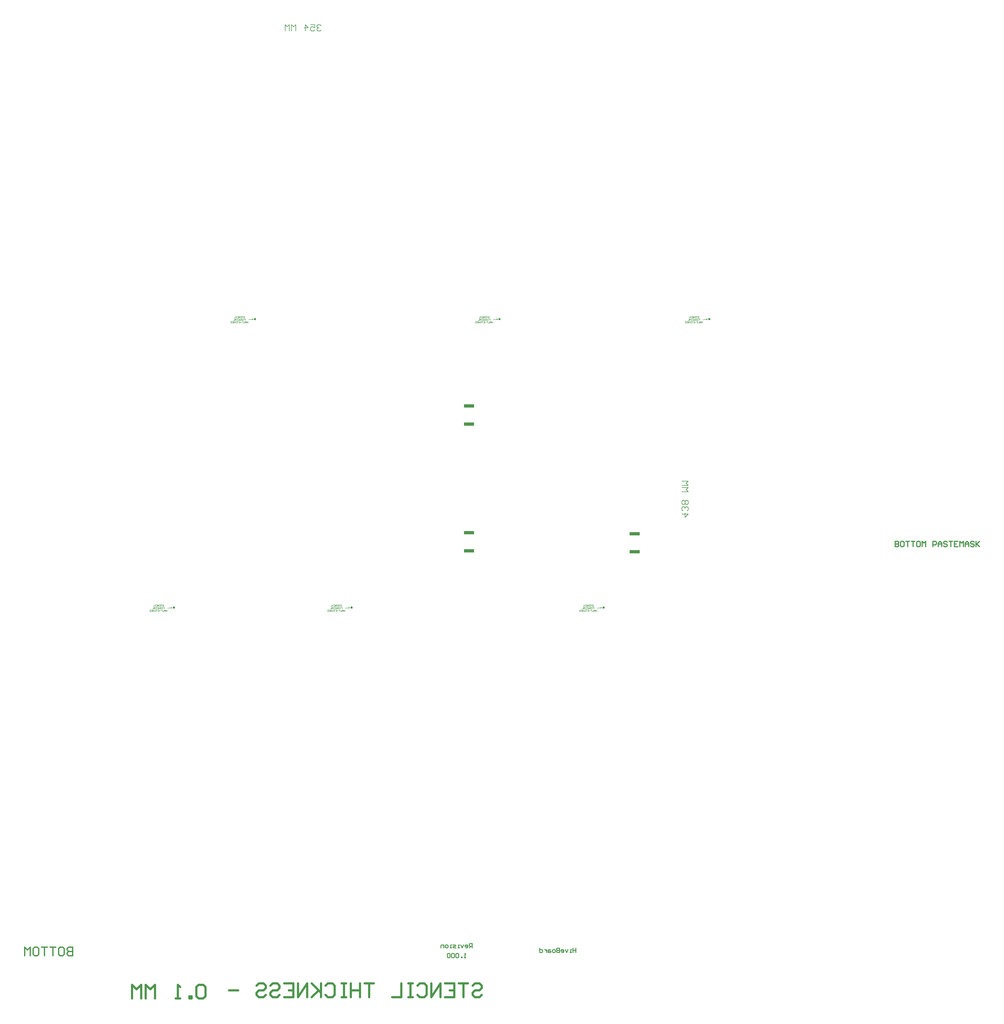
<source format=gbp>
G04*
G04 #@! TF.GenerationSoftware,Altium Limited,Altium Designer,20.1.11 (218)*
G04*
G04 Layer_Color=128*
%FSLAX24Y24*%
%MOIN*%
G70*
G04*
G04 #@! TF.SameCoordinates,32D8FB58-9F7D-435F-B0ED-68F847CCC549*
G04*
G04*
G04 #@! TF.FilePolarity,Positive*
G04*
G01*
G75*
%ADD11C,0.0200*%
%ADD24C,0.0050*%
%ADD109C,0.0100*%
%ADD276C,0.0236*%
%ADD278C,0.0157*%
%ADD285C,0.0394*%
%ADD357R,0.1909X0.0610*%
G36*
X42170Y4156D02*
X42150D01*
X42112Y4148D01*
X42076Y4134D01*
X42044Y4112D01*
X42017Y4085D01*
X41995Y4052D01*
X41980Y4017D01*
X41973Y3979D01*
Y3959D01*
Y3940D01*
X41980Y3902D01*
X41995Y3866D01*
X42017Y3834D01*
X42044Y3806D01*
X42076Y3785D01*
X42112Y3770D01*
X42150Y3762D01*
X42170D01*
X42189D01*
X42227Y3770D01*
X42263Y3785D01*
X42295Y3806D01*
X42322Y3834D01*
X42344Y3866D01*
X42359Y3902D01*
X42366Y3940D01*
Y3959D01*
Y3979D01*
X42359Y4017D01*
X42344Y4052D01*
X42322Y4085D01*
X42295Y4112D01*
X42263Y4134D01*
X42227Y4148D01*
X42189Y4156D01*
X42170D01*
D01*
D02*
G37*
G36*
X9198D02*
X9178D01*
X9140Y4148D01*
X9104Y4134D01*
X9072Y4112D01*
X9045Y4085D01*
X9023Y4052D01*
X9008Y4017D01*
X9001Y3979D01*
Y3959D01*
Y3940D01*
X9008Y3902D01*
X9023Y3866D01*
X9045Y3834D01*
X9072Y3806D01*
X9104Y3785D01*
X9140Y3770D01*
X9178Y3762D01*
X9198D01*
X9217D01*
X9255Y3770D01*
X9291Y3785D01*
X9323Y3806D01*
X9351Y3834D01*
X9372Y3866D01*
X9387Y3902D01*
X9395Y3940D01*
Y3959D01*
Y3979D01*
X9387Y4017D01*
X9372Y4052D01*
X9351Y4085D01*
X9323Y4112D01*
X9291Y4134D01*
X9255Y4148D01*
X9217Y4156D01*
X9198D01*
D01*
D02*
G37*
G36*
X24231Y57640D02*
X24212D01*
X24174Y57632D01*
X24138Y57617D01*
X24106Y57596D01*
X24078Y57568D01*
X24057Y57536D01*
X24042Y57500D01*
X24034Y57462D01*
Y57443D01*
Y57424D01*
X24042Y57385D01*
X24057Y57350D01*
X24078Y57317D01*
X24106Y57290D01*
X24138Y57268D01*
X24174Y57254D01*
X24212Y57246D01*
X24231D01*
X24251D01*
X24289Y57254D01*
X24325Y57268D01*
X24357Y57290D01*
X24384Y57317D01*
X24406Y57350D01*
X24421Y57385D01*
X24428Y57424D01*
Y57443D01*
Y57462D01*
X24421Y57500D01*
X24406Y57536D01*
X24384Y57568D01*
X24357Y57596D01*
X24325Y57617D01*
X24289Y57632D01*
X24251Y57640D01*
X24231D01*
D01*
D02*
G37*
G36*
X88931Y4156D02*
X88911D01*
X88873Y4148D01*
X88837Y4134D01*
X88805Y4112D01*
X88778Y4085D01*
X88756Y4052D01*
X88741Y4017D01*
X88734Y3979D01*
Y3959D01*
Y3940D01*
X88741Y3902D01*
X88756Y3866D01*
X88778Y3834D01*
X88805Y3806D01*
X88837Y3785D01*
X88873Y3770D01*
X88911Y3762D01*
X88931D01*
X88950D01*
X88988Y3770D01*
X89024Y3785D01*
X89056Y3806D01*
X89084Y3834D01*
X89105Y3866D01*
X89120Y3902D01*
X89127Y3940D01*
Y3959D01*
Y3979D01*
X89120Y4017D01*
X89105Y4052D01*
X89084Y4085D01*
X89056Y4112D01*
X89024Y4134D01*
X88988Y4148D01*
X88950Y4156D01*
X88931D01*
D01*
D02*
G37*
G36*
X69616Y57640D02*
X69597D01*
X69559Y57632D01*
X69523Y57617D01*
X69491Y57596D01*
X69463Y57568D01*
X69442Y57536D01*
X69427Y57500D01*
X69419Y57462D01*
Y57443D01*
Y57424D01*
X69427Y57385D01*
X69442Y57350D01*
X69463Y57317D01*
X69491Y57290D01*
X69523Y57268D01*
X69559Y57254D01*
X69597Y57246D01*
X69616D01*
X69636D01*
X69674Y57254D01*
X69709Y57268D01*
X69742Y57290D01*
X69769Y57317D01*
X69791Y57350D01*
X69806Y57385D01*
X69813Y57424D01*
Y57443D01*
Y57462D01*
X69806Y57500D01*
X69791Y57536D01*
X69769Y57568D01*
X69742Y57596D01*
X69709Y57617D01*
X69674Y57632D01*
X69636Y57640D01*
X69616D01*
D01*
D02*
G37*
G36*
X108557D02*
X108538D01*
X108500Y57632D01*
X108464Y57617D01*
X108432Y57596D01*
X108404Y57568D01*
X108383Y57536D01*
X108368Y57500D01*
X108360Y57462D01*
Y57443D01*
Y57424D01*
X108368Y57385D01*
X108383Y57350D01*
X108404Y57317D01*
X108432Y57290D01*
X108464Y57268D01*
X108500Y57254D01*
X108538Y57246D01*
X108557D01*
X108576D01*
X108614Y57254D01*
X108650Y57268D01*
X108682Y57290D01*
X108710Y57317D01*
X108731Y57350D01*
X108746Y57385D01*
X108754Y57424D01*
Y57443D01*
Y57462D01*
X108746Y57500D01*
X108731Y57536D01*
X108710Y57568D01*
X108682Y57596D01*
X108650Y57617D01*
X108614Y57632D01*
X108576Y57640D01*
X108557D01*
D01*
D02*
G37*
D11*
X143041Y16225D02*
Y15225D01*
X143541D01*
X143708Y15392D01*
Y15558D01*
X143541Y15725D01*
X143041D01*
X143541D01*
X143708Y15892D01*
Y16058D01*
X143541Y16225D01*
X143041D01*
X144541D02*
X144207D01*
X144041Y16058D01*
Y15392D01*
X144207Y15225D01*
X144541D01*
X144707Y15392D01*
Y16058D01*
X144541Y16225D01*
X145040D02*
X145707D01*
X145374D01*
Y15225D01*
X146040Y16225D02*
X146707D01*
X146373D01*
Y15225D01*
X147540Y16225D02*
X147206D01*
X147040Y16058D01*
Y15392D01*
X147206Y15225D01*
X147540D01*
X147706Y15392D01*
Y16058D01*
X147540Y16225D01*
X148039Y15225D02*
Y16225D01*
X148373Y15892D01*
X148706Y16225D01*
Y15225D01*
X150039D02*
Y16225D01*
X150539D01*
X150705Y16058D01*
Y15725D01*
X150539Y15558D01*
X150039D01*
X151039Y15225D02*
Y15892D01*
X151372Y16225D01*
X151705Y15892D01*
Y15225D01*
Y15725D01*
X151039D01*
X152705Y16058D02*
X152538Y16225D01*
X152205D01*
X152038Y16058D01*
Y15892D01*
X152205Y15725D01*
X152538D01*
X152705Y15558D01*
Y15392D01*
X152538Y15225D01*
X152205D01*
X152038Y15392D01*
X153038Y16225D02*
X153704D01*
X153371D01*
Y15225D01*
X154704Y16225D02*
X154038D01*
Y15225D01*
X154704D01*
X154038Y15725D02*
X154371D01*
X155037Y15225D02*
Y16225D01*
X155370Y15892D01*
X155704Y16225D01*
Y15225D01*
X156037D02*
Y15892D01*
X156370Y16225D01*
X156703Y15892D01*
Y15225D01*
Y15725D01*
X156037D01*
X157703Y16058D02*
X157536Y16225D01*
X157203D01*
X157037Y16058D01*
Y15892D01*
X157203Y15725D01*
X157536D01*
X157703Y15558D01*
Y15392D01*
X157536Y15225D01*
X157203D01*
X157037Y15392D01*
X158036Y16225D02*
Y15225D01*
Y15558D01*
X158703Y16225D01*
X158203Y15725D01*
X158703Y15225D01*
D24*
X108017Y57493D02*
X108237Y57403D01*
X108027Y57273D02*
X108237Y57403D01*
X107387Y57333D02*
X108237Y57403D01*
X69076Y57493D02*
X69296Y57403D01*
X69086Y57273D02*
X69296Y57403D01*
X68446Y57333D02*
X69296Y57403D01*
X88391Y4009D02*
X88611Y3919D01*
X88401Y3789D02*
X88611Y3919D01*
X87761Y3849D02*
X88611Y3919D01*
X41630Y4009D02*
X41850Y3919D01*
X41640Y3789D02*
X41850Y3919D01*
X41000Y3849D02*
X41850Y3919D01*
X23061Y57333D02*
X23911Y57403D01*
X23701Y57273D02*
X23911Y57403D01*
X23691Y57493D02*
X23911Y57403D01*
X8028Y3849D02*
X8878Y3919D01*
X8668Y3789D02*
X8878Y3919D01*
X8658Y4009D02*
X8878Y3919D01*
X7123Y4419D02*
X7173Y4469D01*
X7273D01*
X7323Y4419D01*
Y4369D01*
X7273Y4319D01*
X7173D01*
X7123Y4269D01*
Y4219D01*
X7173Y4169D01*
X7273D01*
X7323Y4219D01*
X7023Y4469D02*
X6823D01*
X6923D01*
Y4169D01*
X6523Y4469D02*
X6723D01*
Y4169D01*
X6523D01*
X6723Y4319D02*
X6623D01*
X6423Y4169D02*
Y4469D01*
X6223Y4169D01*
Y4469D01*
X5923Y4419D02*
X5973Y4469D01*
X6073D01*
X6123Y4419D01*
Y4219D01*
X6073Y4169D01*
X5973D01*
X5923Y4219D01*
X5823Y4469D02*
X5723D01*
X5773D01*
Y4169D01*
X5823D01*
X5723D01*
X5573Y4469D02*
Y4169D01*
X5374D01*
X7248Y3989D02*
X7448D01*
Y3839D01*
X7348D01*
X7448D01*
Y3689D01*
X7148Y3989D02*
X7048D01*
X7098D01*
Y3689D01*
X7148D01*
X7048D01*
X6898Y3989D02*
Y3689D01*
X6748D01*
X6698Y3739D01*
Y3939D01*
X6748Y3989D01*
X6898D01*
X6598D02*
Y3739D01*
X6548Y3689D01*
X6448D01*
X6398Y3739D01*
Y3989D01*
X6098Y3939D02*
X6148Y3989D01*
X6248D01*
X6298Y3939D01*
Y3739D01*
X6248Y3689D01*
X6148D01*
X6098Y3739D01*
X5998Y3989D02*
X5898D01*
X5948D01*
Y3689D01*
X5998D01*
X5898D01*
X5748D02*
Y3889D01*
X5648Y3989D01*
X5548Y3889D01*
Y3689D01*
Y3839D01*
X5748D01*
X5448Y3989D02*
Y3689D01*
X5249D01*
X7948Y3509D02*
Y3209D01*
Y3359D01*
X7748D01*
Y3509D01*
Y3209D01*
X7648D02*
Y3409D01*
X7548Y3509D01*
X7448Y3409D01*
Y3209D01*
Y3359D01*
X7648D01*
X7348Y3509D02*
Y3209D01*
X7148D01*
X6848Y3509D02*
X7048D01*
Y3359D01*
X6948D01*
X7048D01*
Y3209D01*
X6748Y3359D02*
X6548D01*
X6248Y3509D02*
X6448D01*
Y3209D01*
X6248D01*
X6448Y3359D02*
X6348D01*
X6148Y3509D02*
X5948D01*
X6048D01*
Y3209D01*
X5648Y3459D02*
X5698Y3509D01*
X5798D01*
X5848Y3459D01*
Y3259D01*
X5798Y3209D01*
X5698D01*
X5648Y3259D01*
X5548Y3509D02*
Y3209D01*
Y3359D01*
X5349D01*
Y3509D01*
Y3209D01*
X5049Y3509D02*
X5249D01*
Y3209D01*
X5049D01*
X5249Y3359D02*
X5149D01*
X4949Y3509D02*
Y3209D01*
X4799D01*
X4749Y3259D01*
Y3459D01*
X4799Y3509D01*
X4949D01*
X86856Y4419D02*
X86906Y4469D01*
X87006D01*
X87056Y4419D01*
Y4369D01*
X87006Y4319D01*
X86906D01*
X86856Y4269D01*
Y4219D01*
X86906Y4169D01*
X87006D01*
X87056Y4219D01*
X86756Y4469D02*
X86556D01*
X86656D01*
Y4169D01*
X86256Y4469D02*
X86456D01*
Y4169D01*
X86256D01*
X86456Y4319D02*
X86356D01*
X86156Y4169D02*
Y4469D01*
X85956Y4169D01*
Y4469D01*
X85656Y4419D02*
X85706Y4469D01*
X85806D01*
X85856Y4419D01*
Y4219D01*
X85806Y4169D01*
X85706D01*
X85656Y4219D01*
X85556Y4469D02*
X85456D01*
X85506D01*
Y4169D01*
X85556D01*
X85456D01*
X85306Y4469D02*
Y4169D01*
X85106D01*
X86981Y3989D02*
X87181D01*
Y3839D01*
X87081D01*
X87181D01*
Y3689D01*
X86881Y3989D02*
X86781D01*
X86831D01*
Y3689D01*
X86881D01*
X86781D01*
X86631Y3989D02*
Y3689D01*
X86481D01*
X86431Y3739D01*
Y3939D01*
X86481Y3989D01*
X86631D01*
X86331D02*
Y3739D01*
X86281Y3689D01*
X86181D01*
X86131Y3739D01*
Y3989D01*
X85831Y3939D02*
X85881Y3989D01*
X85981D01*
X86031Y3939D01*
Y3739D01*
X85981Y3689D01*
X85881D01*
X85831Y3739D01*
X85731Y3989D02*
X85631D01*
X85681D01*
Y3689D01*
X85731D01*
X85631D01*
X85481D02*
Y3889D01*
X85381Y3989D01*
X85281Y3889D01*
Y3689D01*
Y3839D01*
X85481D01*
X85181Y3989D02*
Y3689D01*
X84981D01*
X87681Y3509D02*
Y3209D01*
Y3359D01*
X87481D01*
Y3509D01*
Y3209D01*
X87381D02*
Y3409D01*
X87281Y3509D01*
X87181Y3409D01*
Y3209D01*
Y3359D01*
X87381D01*
X87081Y3509D02*
Y3209D01*
X86881D01*
X86581Y3509D02*
X86781D01*
Y3359D01*
X86681D01*
X86781D01*
Y3209D01*
X86481Y3359D02*
X86281D01*
X85981Y3509D02*
X86181D01*
Y3209D01*
X85981D01*
X86181Y3359D02*
X86081D01*
X85881Y3509D02*
X85681D01*
X85781D01*
Y3209D01*
X85381Y3459D02*
X85431Y3509D01*
X85531D01*
X85581Y3459D01*
Y3259D01*
X85531Y3209D01*
X85431D01*
X85381Y3259D01*
X85281Y3509D02*
Y3209D01*
Y3359D01*
X85081D01*
Y3509D01*
Y3209D01*
X84782Y3509D02*
X84981D01*
Y3209D01*
X84782D01*
X84981Y3359D02*
X84882D01*
X84682Y3509D02*
Y3209D01*
X84532D01*
X84482Y3259D01*
Y3459D01*
X84532Y3509D01*
X84682D01*
X40095Y4419D02*
X40145Y4469D01*
X40245D01*
X40295Y4419D01*
Y4369D01*
X40245Y4319D01*
X40145D01*
X40095Y4269D01*
Y4219D01*
X40145Y4169D01*
X40245D01*
X40295Y4219D01*
X39995Y4469D02*
X39795D01*
X39895D01*
Y4169D01*
X39495Y4469D02*
X39695D01*
Y4169D01*
X39495D01*
X39695Y4319D02*
X39595D01*
X39395Y4169D02*
Y4469D01*
X39195Y4169D01*
Y4469D01*
X38895Y4419D02*
X38945Y4469D01*
X39045D01*
X39095Y4419D01*
Y4219D01*
X39045Y4169D01*
X38945D01*
X38895Y4219D01*
X38795Y4469D02*
X38695D01*
X38745D01*
Y4169D01*
X38795D01*
X38695D01*
X38545Y4469D02*
Y4169D01*
X38345D01*
X40220Y3989D02*
X40420D01*
Y3839D01*
X40320D01*
X40420D01*
Y3689D01*
X40120Y3989D02*
X40020D01*
X40070D01*
Y3689D01*
X40120D01*
X40020D01*
X39870Y3989D02*
Y3689D01*
X39720D01*
X39670Y3739D01*
Y3939D01*
X39720Y3989D01*
X39870D01*
X39570D02*
Y3739D01*
X39520Y3689D01*
X39420D01*
X39370Y3739D01*
Y3989D01*
X39070Y3939D02*
X39120Y3989D01*
X39220D01*
X39270Y3939D01*
Y3739D01*
X39220Y3689D01*
X39120D01*
X39070Y3739D01*
X38970Y3989D02*
X38870D01*
X38920D01*
Y3689D01*
X38970D01*
X38870D01*
X38720D02*
Y3889D01*
X38620Y3989D01*
X38520Y3889D01*
Y3689D01*
Y3839D01*
X38720D01*
X38420Y3989D02*
Y3689D01*
X38220D01*
X40920Y3509D02*
Y3209D01*
Y3359D01*
X40720D01*
Y3509D01*
Y3209D01*
X40620D02*
Y3409D01*
X40520Y3509D01*
X40420Y3409D01*
Y3209D01*
Y3359D01*
X40620D01*
X40320Y3509D02*
Y3209D01*
X40120D01*
X39820Y3509D02*
X40020D01*
Y3359D01*
X39920D01*
X40020D01*
Y3209D01*
X39720Y3359D02*
X39520D01*
X39220Y3509D02*
X39420D01*
Y3209D01*
X39220D01*
X39420Y3359D02*
X39320D01*
X39120Y3509D02*
X38920D01*
X39020D01*
Y3209D01*
X38620Y3459D02*
X38670Y3509D01*
X38770D01*
X38820Y3459D01*
Y3259D01*
X38770Y3209D01*
X38670D01*
X38620Y3259D01*
X38520Y3509D02*
Y3209D01*
Y3359D01*
X38320D01*
Y3509D01*
Y3209D01*
X38020Y3509D02*
X38220D01*
Y3209D01*
X38020D01*
X38220Y3359D02*
X38120D01*
X37920Y3509D02*
Y3209D01*
X37771D01*
X37721Y3259D01*
Y3459D01*
X37771Y3509D01*
X37920D01*
X22157Y57903D02*
X22207Y57953D01*
X22307D01*
X22357Y57903D01*
Y57853D01*
X22307Y57803D01*
X22207D01*
X22157Y57753D01*
Y57703D01*
X22207Y57653D01*
X22307D01*
X22357Y57703D01*
X22057Y57953D02*
X21857D01*
X21957D01*
Y57653D01*
X21557Y57953D02*
X21757D01*
Y57653D01*
X21557D01*
X21757Y57803D02*
X21657D01*
X21457Y57653D02*
Y57953D01*
X21257Y57653D01*
Y57953D01*
X20957Y57903D02*
X21007Y57953D01*
X21107D01*
X21157Y57903D01*
Y57703D01*
X21107Y57653D01*
X21007D01*
X20957Y57703D01*
X20857Y57953D02*
X20757D01*
X20807D01*
Y57653D01*
X20857D01*
X20757D01*
X20607Y57953D02*
Y57653D01*
X20407D01*
X22282Y57473D02*
X22481D01*
Y57323D01*
X22381D01*
X22481D01*
Y57173D01*
X22182Y57473D02*
X22082D01*
X22132D01*
Y57173D01*
X22182D01*
X22082D01*
X21932Y57473D02*
Y57173D01*
X21782D01*
X21732Y57223D01*
Y57423D01*
X21782Y57473D01*
X21932D01*
X21632D02*
Y57223D01*
X21582Y57173D01*
X21482D01*
X21432Y57223D01*
Y57473D01*
X21132Y57423D02*
X21182Y57473D01*
X21282D01*
X21332Y57423D01*
Y57223D01*
X21282Y57173D01*
X21182D01*
X21132Y57223D01*
X21032Y57473D02*
X20932D01*
X20982D01*
Y57173D01*
X21032D01*
X20932D01*
X20782D02*
Y57373D01*
X20682Y57473D01*
X20582Y57373D01*
Y57173D01*
Y57323D01*
X20782D01*
X20482Y57473D02*
Y57173D01*
X20282D01*
X22981Y56993D02*
Y56693D01*
Y56843D01*
X22781D01*
Y56993D01*
Y56693D01*
X22681D02*
Y56893D01*
X22581Y56993D01*
X22481Y56893D01*
Y56693D01*
Y56843D01*
X22681D01*
X22381Y56993D02*
Y56693D01*
X22182D01*
X21882Y56993D02*
X22082D01*
Y56843D01*
X21982D01*
X22082D01*
Y56693D01*
X21782Y56843D02*
X21582D01*
X21282Y56993D02*
X21482D01*
Y56693D01*
X21282D01*
X21482Y56843D02*
X21382D01*
X21182Y56993D02*
X20982D01*
X21082D01*
Y56693D01*
X20682Y56943D02*
X20732Y56993D01*
X20832D01*
X20882Y56943D01*
Y56743D01*
X20832Y56693D01*
X20732D01*
X20682Y56743D01*
X20582Y56993D02*
Y56693D01*
Y56843D01*
X20382D01*
Y56993D01*
Y56693D01*
X20082Y56993D02*
X20282D01*
Y56693D01*
X20082D01*
X20282Y56843D02*
X20182D01*
X19982Y56993D02*
Y56693D01*
X19832D01*
X19782Y56743D01*
Y56943D01*
X19832Y56993D01*
X19982D01*
X106482Y57903D02*
X106532Y57953D01*
X106632D01*
X106682Y57903D01*
Y57853D01*
X106632Y57803D01*
X106532D01*
X106482Y57753D01*
Y57703D01*
X106532Y57653D01*
X106632D01*
X106682Y57703D01*
X106382Y57953D02*
X106182D01*
X106282D01*
Y57653D01*
X105882Y57953D02*
X106082D01*
Y57653D01*
X105882D01*
X106082Y57803D02*
X105982D01*
X105783Y57653D02*
Y57953D01*
X105583Y57653D01*
Y57953D01*
X105283Y57903D02*
X105333Y57953D01*
X105433D01*
X105483Y57903D01*
Y57703D01*
X105433Y57653D01*
X105333D01*
X105283Y57703D01*
X105183Y57953D02*
X105083D01*
X105133D01*
Y57653D01*
X105183D01*
X105083D01*
X104933Y57953D02*
Y57653D01*
X104733D01*
X106607Y57473D02*
X106807D01*
Y57323D01*
X106707D01*
X106807D01*
Y57173D01*
X106507Y57473D02*
X106407D01*
X106457D01*
Y57173D01*
X106507D01*
X106407D01*
X106257Y57473D02*
Y57173D01*
X106107D01*
X106057Y57223D01*
Y57423D01*
X106107Y57473D01*
X106257D01*
X105957D02*
Y57223D01*
X105907Y57173D01*
X105808D01*
X105758Y57223D01*
Y57473D01*
X105458Y57423D02*
X105508Y57473D01*
X105608D01*
X105658Y57423D01*
Y57223D01*
X105608Y57173D01*
X105508D01*
X105458Y57223D01*
X105358Y57473D02*
X105258D01*
X105308D01*
Y57173D01*
X105358D01*
X105258D01*
X105108D02*
Y57373D01*
X105008Y57473D01*
X104908Y57373D01*
Y57173D01*
Y57323D01*
X105108D01*
X104808Y57473D02*
Y57173D01*
X104608D01*
X107307Y56993D02*
Y56693D01*
Y56843D01*
X107107D01*
Y56993D01*
Y56693D01*
X107007D02*
Y56893D01*
X106907Y56993D01*
X106807Y56893D01*
Y56693D01*
Y56843D01*
X107007D01*
X106707Y56993D02*
Y56693D01*
X106507D01*
X106207Y56993D02*
X106407D01*
Y56843D01*
X106307D01*
X106407D01*
Y56693D01*
X106107Y56843D02*
X105907D01*
X105608Y56993D02*
X105808D01*
Y56693D01*
X105608D01*
X105808Y56843D02*
X105708D01*
X105508Y56993D02*
X105308D01*
X105408D01*
Y56693D01*
X105008Y56943D02*
X105058Y56993D01*
X105158D01*
X105208Y56943D01*
Y56743D01*
X105158Y56693D01*
X105058D01*
X105008Y56743D01*
X104908Y56993D02*
Y56693D01*
Y56843D01*
X104708D01*
Y56993D01*
Y56693D01*
X104408Y56993D02*
X104608D01*
Y56693D01*
X104408D01*
X104608Y56843D02*
X104508D01*
X104308Y56993D02*
Y56693D01*
X104158D01*
X104108Y56743D01*
Y56943D01*
X104158Y56993D01*
X104308D01*
X67542Y57903D02*
X67592Y57953D01*
X67691D01*
X67741Y57903D01*
Y57853D01*
X67691Y57803D01*
X67592D01*
X67542Y57753D01*
Y57703D01*
X67592Y57653D01*
X67691D01*
X67741Y57703D01*
X67442Y57953D02*
X67242D01*
X67342D01*
Y57653D01*
X66942Y57953D02*
X67142D01*
Y57653D01*
X66942D01*
X67142Y57803D02*
X67042D01*
X66842Y57653D02*
Y57953D01*
X66642Y57653D01*
Y57953D01*
X66342Y57903D02*
X66392Y57953D01*
X66492D01*
X66542Y57903D01*
Y57703D01*
X66492Y57653D01*
X66392D01*
X66342Y57703D01*
X66242Y57953D02*
X66142D01*
X66192D01*
Y57653D01*
X66242D01*
X66142D01*
X65992Y57953D02*
Y57653D01*
X65792D01*
X67666Y57473D02*
X67866D01*
Y57323D01*
X67766D01*
X67866D01*
Y57173D01*
X67567Y57473D02*
X67467D01*
X67517D01*
Y57173D01*
X67567D01*
X67467D01*
X67317Y57473D02*
Y57173D01*
X67167D01*
X67117Y57223D01*
Y57423D01*
X67167Y57473D01*
X67317D01*
X67017D02*
Y57223D01*
X66967Y57173D01*
X66867D01*
X66817Y57223D01*
Y57473D01*
X66517Y57423D02*
X66567Y57473D01*
X66667D01*
X66717Y57423D01*
Y57223D01*
X66667Y57173D01*
X66567D01*
X66517Y57223D01*
X66417Y57473D02*
X66317D01*
X66367D01*
Y57173D01*
X66417D01*
X66317D01*
X66167D02*
Y57373D01*
X66067Y57473D01*
X65967Y57373D01*
Y57173D01*
Y57323D01*
X66167D01*
X65867Y57473D02*
Y57173D01*
X65667D01*
X68366Y56993D02*
Y56693D01*
Y56843D01*
X68166D01*
Y56993D01*
Y56693D01*
X68066D02*
Y56893D01*
X67966Y56993D01*
X67866Y56893D01*
Y56693D01*
Y56843D01*
X68066D01*
X67766Y56993D02*
Y56693D01*
X67567D01*
X67267Y56993D02*
X67467D01*
Y56843D01*
X67367D01*
X67467D01*
Y56693D01*
X67167Y56843D02*
X66967D01*
X66667Y56993D02*
X66867D01*
Y56693D01*
X66667D01*
X66867Y56843D02*
X66767D01*
X66567Y56993D02*
X66367D01*
X66467D01*
Y56693D01*
X66067Y56943D02*
X66117Y56993D01*
X66217D01*
X66267Y56943D01*
Y56743D01*
X66217Y56693D01*
X66117D01*
X66067Y56743D01*
X65967Y56993D02*
Y56693D01*
Y56843D01*
X65767D01*
Y56993D01*
Y56693D01*
X65467Y56993D02*
X65667D01*
Y56693D01*
X65467D01*
X65667Y56843D02*
X65567D01*
X65367Y56993D02*
Y56693D01*
X65217D01*
X65167Y56743D01*
Y56943D01*
X65217Y56993D01*
X65367D01*
D109*
X36510Y111853D02*
X36313Y112050D01*
X35920D01*
X35723Y111853D01*
Y111657D01*
X35920Y111460D01*
X36116D01*
X35920D01*
X35723Y111263D01*
Y111066D01*
X35920Y110869D01*
X36313D01*
X36510Y111066D01*
X34542Y112050D02*
X35329D01*
Y111460D01*
X34936Y111657D01*
X34739D01*
X34542Y111460D01*
Y111066D01*
X34739Y110869D01*
X35132D01*
X35329Y111066D01*
X33558Y110869D02*
Y112050D01*
X34148Y111460D01*
X33361D01*
X31787Y110869D02*
Y112050D01*
X31393Y111657D01*
X31000Y112050D01*
Y110869D01*
X30606D02*
Y112050D01*
X30213Y111657D01*
X29819Y112050D01*
Y110869D01*
X103441Y21304D02*
X104622D01*
X104031Y20713D01*
Y21500D01*
X104425Y21894D02*
X104622Y22091D01*
Y22484D01*
X104425Y22681D01*
X104228D01*
X104031Y22484D01*
Y22288D01*
Y22484D01*
X103834Y22681D01*
X103638D01*
X103441Y22484D01*
Y22091D01*
X103638Y21894D01*
X104425Y23075D02*
X104622Y23272D01*
Y23665D01*
X104425Y23862D01*
X104228D01*
X104031Y23665D01*
X103834Y23862D01*
X103638D01*
X103441Y23665D01*
Y23272D01*
X103638Y23075D01*
X103834D01*
X104031Y23272D01*
X104228Y23075D01*
X104425D01*
X104031Y23272D02*
Y23665D01*
X103441Y25436D02*
X104622D01*
X104228Y25830D01*
X104622Y26223D01*
X103441D01*
Y26617D02*
X104622D01*
X104228Y27011D01*
X104622Y27404D01*
X103441D01*
D276*
X-9591Y-59013D02*
Y-60587D01*
X-10378D01*
X-10640Y-60325D01*
Y-60063D01*
X-10378Y-59800D01*
X-9591D01*
X-10378D01*
X-10640Y-59538D01*
Y-59276D01*
X-10378Y-59013D01*
X-9591D01*
X-11952D02*
X-11428D01*
X-11165Y-59276D01*
Y-60325D01*
X-11428Y-60587D01*
X-11952D01*
X-12215Y-60325D01*
Y-59276D01*
X-11952Y-59013D01*
X-12739D02*
X-13789D01*
X-13264D01*
Y-60587D01*
X-14314Y-59013D02*
X-15363D01*
X-14839D01*
Y-60587D01*
X-16675Y-59013D02*
X-16150D01*
X-15888Y-59276D01*
Y-60325D01*
X-16150Y-60587D01*
X-16675D01*
X-16938Y-60325D01*
Y-59276D01*
X-16675Y-59013D01*
X-17462Y-60587D02*
Y-59013D01*
X-17987Y-59538D01*
X-18512Y-59013D01*
Y-60587D01*
D278*
X83757Y-59194D02*
Y-59981D01*
Y-59587D01*
X83232D01*
Y-59194D01*
Y-59981D01*
X82970D02*
X82707D01*
X82838D01*
Y-59456D01*
X82970D01*
X82314D02*
X82051Y-59981D01*
X81789Y-59456D01*
X81133Y-59981D02*
X81395D01*
X81526Y-59850D01*
Y-59587D01*
X81395Y-59456D01*
X81133D01*
X81002Y-59587D01*
Y-59719D01*
X81526D01*
X80739Y-59194D02*
Y-59981D01*
X80346D01*
X80215Y-59850D01*
Y-59719D01*
X80346Y-59587D01*
X80739D01*
X80346D01*
X80215Y-59456D01*
Y-59325D01*
X80346Y-59194D01*
X80739D01*
X79821Y-59981D02*
X79559D01*
X79427Y-59850D01*
Y-59587D01*
X79559Y-59456D01*
X79821D01*
X79952Y-59587D01*
Y-59850D01*
X79821Y-59981D01*
X79034Y-59456D02*
X78771D01*
X78640Y-59587D01*
Y-59981D01*
X79034D01*
X79165Y-59850D01*
X79034Y-59719D01*
X78640D01*
X78378Y-59456D02*
Y-59981D01*
Y-59719D01*
X78247Y-59587D01*
X78116Y-59456D01*
X77984D01*
X77066Y-59194D02*
Y-59981D01*
X77460D01*
X77591Y-59850D01*
Y-59587D01*
X77460Y-59456D01*
X77066D01*
X63332Y-60954D02*
X63070D01*
X63201D01*
Y-60167D01*
X63332Y-60298D01*
X62676Y-60954D02*
Y-60823D01*
X62545D01*
Y-60954D01*
X62676D01*
X62021Y-60298D02*
X61889Y-60167D01*
X61627D01*
X61496Y-60298D01*
Y-60823D01*
X61627Y-60954D01*
X61889D01*
X62021Y-60823D01*
Y-60298D01*
X61233D02*
X61102Y-60167D01*
X60840D01*
X60709Y-60298D01*
Y-60823D01*
X60840Y-60954D01*
X61102D01*
X61233Y-60823D01*
Y-60298D01*
X60446D02*
X60315Y-60167D01*
X60053D01*
X59921Y-60298D01*
Y-60823D01*
X60053Y-60954D01*
X60315D01*
X60446Y-60823D01*
Y-60298D01*
X64518Y-59128D02*
Y-58341D01*
X64124D01*
X63993Y-58472D01*
Y-58735D01*
X64124Y-58866D01*
X64518D01*
X64255D02*
X63993Y-59128D01*
X63337D02*
X63599D01*
X63731Y-58997D01*
Y-58735D01*
X63599Y-58604D01*
X63337D01*
X63206Y-58735D01*
Y-58866D01*
X63731D01*
X62944Y-58604D02*
X62681Y-59128D01*
X62419Y-58604D01*
X62156Y-59128D02*
X61894D01*
X62025D01*
Y-58604D01*
X62156D01*
X61500Y-59128D02*
X61107D01*
X60976Y-58997D01*
X61107Y-58866D01*
X61369D01*
X61500Y-58735D01*
X61369Y-58604D01*
X60976D01*
X60713Y-59128D02*
X60451D01*
X60582D01*
Y-58604D01*
X60713D01*
X59926Y-59128D02*
X59664D01*
X59533Y-58997D01*
Y-58735D01*
X59664Y-58604D01*
X59926D01*
X60057Y-58735D01*
Y-58997D01*
X59926Y-59128D01*
X59270D02*
Y-58604D01*
X58877D01*
X58745Y-58735D01*
Y-59128D01*
D285*
X64629Y-66169D02*
X65055Y-65742D01*
X65908D01*
X66334Y-66169D01*
Y-66595D01*
X65908Y-67022D01*
X65055D01*
X64629Y-67448D01*
Y-67874D01*
X65055Y-68301D01*
X65908D01*
X66334Y-67874D01*
X63776Y-65742D02*
X62070D01*
X62923D01*
Y-68301D01*
X59512Y-65742D02*
X61218D01*
Y-68301D01*
X59512D01*
X61218Y-67022D02*
X60365D01*
X58659Y-68301D02*
Y-65742D01*
X56954Y-68301D01*
Y-65742D01*
X54396Y-66169D02*
X54822Y-65742D01*
X55675D01*
X56101Y-66169D01*
Y-67874D01*
X55675Y-68301D01*
X54822D01*
X54396Y-67874D01*
X53543Y-65742D02*
X52690D01*
X53117D01*
Y-68301D01*
X53543D01*
X52690D01*
X51411Y-65742D02*
Y-68301D01*
X49706D01*
X46295Y-65742D02*
X44589D01*
X45442D01*
Y-68301D01*
X43736Y-65742D02*
Y-68301D01*
Y-67022D01*
X42031D01*
Y-65742D01*
Y-68301D01*
X41178Y-65742D02*
X40325D01*
X40752D01*
Y-68301D01*
X41178D01*
X40325D01*
X37341Y-66169D02*
X37767Y-65742D01*
X38620D01*
X39046Y-66169D01*
Y-67874D01*
X38620Y-68301D01*
X37767D01*
X37341Y-67874D01*
X36488Y-65742D02*
Y-68301D01*
Y-67448D01*
X34783Y-65742D01*
X36062Y-67022D01*
X34783Y-68301D01*
X33930D02*
Y-65742D01*
X32224Y-68301D01*
Y-65742D01*
X29666D02*
X31372D01*
Y-68301D01*
X29666D01*
X31372Y-67022D02*
X30519D01*
X27108Y-66169D02*
X27534Y-65742D01*
X28387D01*
X28813Y-66169D01*
Y-66595D01*
X28387Y-67022D01*
X27534D01*
X27108Y-67448D01*
Y-67874D01*
X27534Y-68301D01*
X28387D01*
X28813Y-67874D01*
X24550Y-66169D02*
X24976Y-65742D01*
X25829D01*
X26255Y-66169D01*
Y-66595D01*
X25829Y-67022D01*
X24976D01*
X24550Y-67448D01*
Y-67874D01*
X24976Y-68301D01*
X25829D01*
X26255Y-67874D01*
X21139Y-67022D02*
X19433D01*
X15066Y-66413D02*
X14639Y-65987D01*
X13787D01*
X13360Y-66413D01*
Y-68118D01*
X13787Y-68545D01*
X14639D01*
X15066Y-68118D01*
Y-66413D01*
X12507Y-68545D02*
Y-68118D01*
X12081D01*
Y-68545D01*
X12507D01*
X10376D02*
X9523D01*
X9949D01*
Y-65987D01*
X10376Y-66413D01*
X5686Y-68545D02*
Y-65987D01*
X4833Y-66839D01*
X3980Y-65987D01*
Y-68545D01*
X3127D02*
Y-65987D01*
X2275Y-66839D01*
X1422Y-65987D01*
Y-68545D01*
D357*
X94686Y17651D02*
D03*
Y14297D02*
D03*
X63962Y17825D02*
D03*
Y14470D02*
D03*
Y41334D02*
D03*
Y37980D02*
D03*
M02*

</source>
